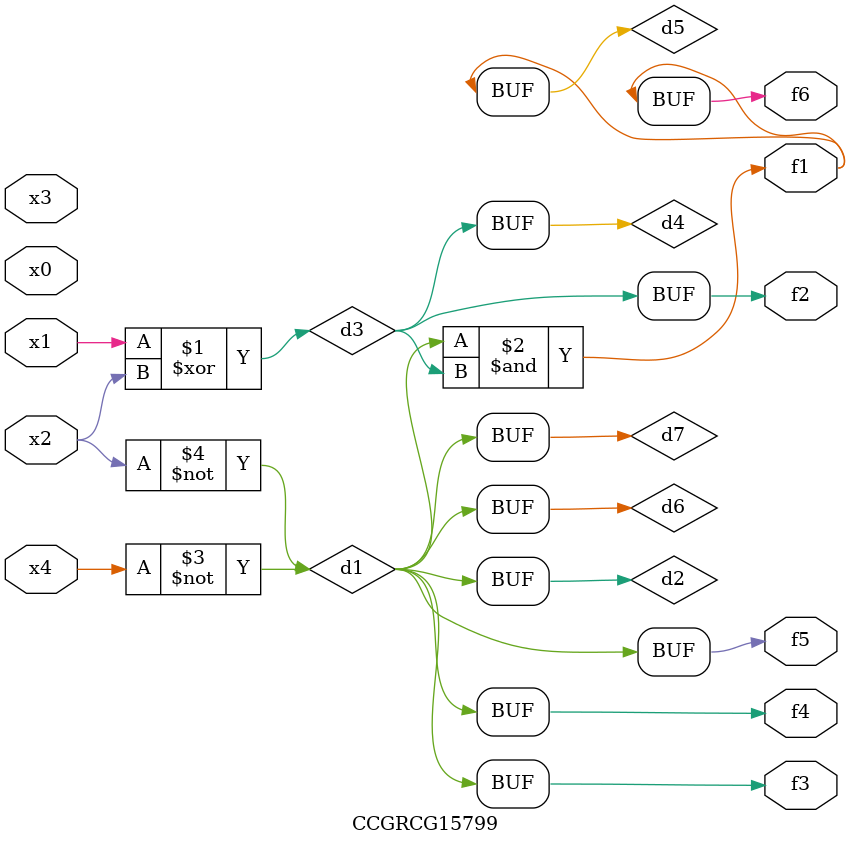
<source format=v>
module CCGRCG15799(
	input x0, x1, x2, x3, x4,
	output f1, f2, f3, f4, f5, f6
);

	wire d1, d2, d3, d4, d5, d6, d7;

	not (d1, x4);
	not (d2, x2);
	xor (d3, x1, x2);
	buf (d4, d3);
	and (d5, d1, d3);
	buf (d6, d1, d2);
	buf (d7, d2);
	assign f1 = d5;
	assign f2 = d4;
	assign f3 = d7;
	assign f4 = d7;
	assign f5 = d7;
	assign f6 = d5;
endmodule

</source>
